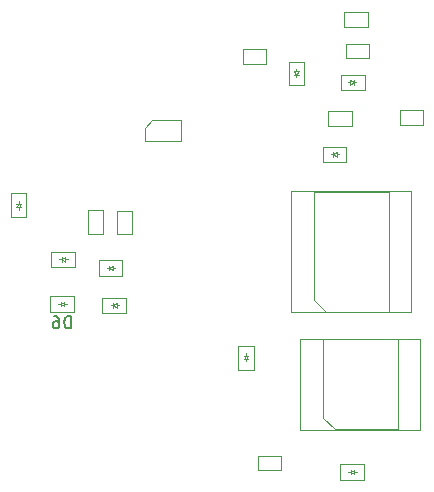
<source format=gbr>
G04 #@! TF.GenerationSoftware,KiCad,Pcbnew,5.1.6-c6e7f7d~87~ubuntu18.04.1*
G04 #@! TF.CreationDate,2020-10-10T14:26:16+05:30*
G04 #@! TF.ProjectId,BackEnd_HeavyDevice_v1,4261636b-456e-4645-9f48-656176794465,rev?*
G04 #@! TF.SameCoordinates,Original*
G04 #@! TF.FileFunction,Other,Fab,Bot*
%FSLAX46Y46*%
G04 Gerber Fmt 4.6, Leading zero omitted, Abs format (unit mm)*
G04 Created by KiCad (PCBNEW 5.1.6-c6e7f7d~87~ubuntu18.04.1) date 2020-10-10 14:26:16*
%MOMM*%
%LPD*%
G01*
G04 APERTURE LIST*
%ADD10C,0.100000*%
%ADD11C,0.150000*%
G04 APERTURE END LIST*
D10*
X127587000Y-107162000D02*
X127587000Y-105162000D01*
X127587000Y-105162000D02*
X126347000Y-105162000D01*
X126347000Y-105162000D02*
X126347000Y-107162000D01*
X126347000Y-107162000D02*
X127587000Y-107162000D01*
X145203000Y-127934000D02*
X147203000Y-127934000D01*
X147203000Y-127934000D02*
X147203000Y-126634000D01*
X147203000Y-126634000D02*
X145203000Y-126634000D01*
X145203000Y-126634000D02*
X145203000Y-127934000D01*
X146403000Y-127484000D02*
X146103000Y-127284000D01*
X146103000Y-127284000D02*
X146403000Y-127084000D01*
X146403000Y-127084000D02*
X146403000Y-127484000D01*
X146103000Y-127484000D02*
X146103000Y-127084000D01*
X146103000Y-127284000D02*
X145903000Y-127284000D01*
X146403000Y-127284000D02*
X146603000Y-127284000D01*
X137229000Y-117427000D02*
X137229000Y-117227000D01*
X137229000Y-117727000D02*
X137229000Y-117927000D01*
X137429000Y-117727000D02*
X137029000Y-117727000D01*
X137029000Y-117427000D02*
X137429000Y-117427000D01*
X137229000Y-117727000D02*
X137029000Y-117427000D01*
X137429000Y-117427000D02*
X137229000Y-117727000D01*
X136579000Y-118627000D02*
X137879000Y-118627000D01*
X136579000Y-116627000D02*
X136579000Y-118627000D01*
X137879000Y-116627000D02*
X136579000Y-116627000D01*
X137879000Y-118627000D02*
X137879000Y-116627000D01*
X117986000Y-104863000D02*
X117986000Y-105063000D01*
X117986000Y-104563000D02*
X117986000Y-104363000D01*
X117786000Y-104563000D02*
X118186000Y-104563000D01*
X118186000Y-104863000D02*
X117786000Y-104863000D01*
X117986000Y-104563000D02*
X118186000Y-104863000D01*
X117786000Y-104863000D02*
X117986000Y-104563000D01*
X118636000Y-103663000D02*
X117336000Y-103663000D01*
X118636000Y-105663000D02*
X118636000Y-103663000D01*
X117336000Y-105663000D02*
X118636000Y-105663000D01*
X117336000Y-103663000D02*
X117336000Y-105663000D01*
X146084000Y-94300000D02*
X145884000Y-94300000D01*
X146384000Y-94300000D02*
X146584000Y-94300000D01*
X146384000Y-94100000D02*
X146384000Y-94500000D01*
X146084000Y-94500000D02*
X146084000Y-94100000D01*
X146384000Y-94300000D02*
X146084000Y-94500000D01*
X146084000Y-94100000D02*
X146384000Y-94300000D01*
X147284000Y-94950000D02*
X147284000Y-93650000D01*
X145284000Y-94950000D02*
X147284000Y-94950000D01*
X145284000Y-93650000D02*
X145284000Y-94950000D01*
X147284000Y-93650000D02*
X145284000Y-93650000D01*
X121945000Y-109276000D02*
X122145000Y-109276000D01*
X121645000Y-109276000D02*
X121445000Y-109276000D01*
X121645000Y-109476000D02*
X121645000Y-109076000D01*
X121945000Y-109076000D02*
X121945000Y-109476000D01*
X121645000Y-109276000D02*
X121945000Y-109076000D01*
X121945000Y-109476000D02*
X121645000Y-109276000D01*
X120745000Y-108626000D02*
X120745000Y-109926000D01*
X122745000Y-108626000D02*
X120745000Y-108626000D01*
X122745000Y-109926000D02*
X122745000Y-108626000D01*
X120745000Y-109926000D02*
X122745000Y-109926000D01*
X120658000Y-113713000D02*
X122658000Y-113713000D01*
X122658000Y-113713000D02*
X122658000Y-112413000D01*
X122658000Y-112413000D02*
X120658000Y-112413000D01*
X120658000Y-112413000D02*
X120658000Y-113713000D01*
X121858000Y-113263000D02*
X121558000Y-113063000D01*
X121558000Y-113063000D02*
X121858000Y-112863000D01*
X121858000Y-112863000D02*
X121858000Y-113263000D01*
X121558000Y-113263000D02*
X121558000Y-112863000D01*
X121558000Y-113063000D02*
X121358000Y-113063000D01*
X121858000Y-113063000D02*
X122058000Y-113063000D01*
X125081000Y-113832000D02*
X127081000Y-113832000D01*
X127081000Y-113832000D02*
X127081000Y-112532000D01*
X127081000Y-112532000D02*
X125081000Y-112532000D01*
X125081000Y-112532000D02*
X125081000Y-113832000D01*
X126281000Y-113382000D02*
X125981000Y-113182000D01*
X125981000Y-113182000D02*
X126281000Y-112982000D01*
X126281000Y-112982000D02*
X126281000Y-113382000D01*
X125981000Y-113382000D02*
X125981000Y-112982000D01*
X125981000Y-113182000D02*
X125781000Y-113182000D01*
X126281000Y-113182000D02*
X126481000Y-113182000D01*
X143719000Y-101046000D02*
X145719000Y-101046000D01*
X145719000Y-101046000D02*
X145719000Y-99746000D01*
X145719000Y-99746000D02*
X143719000Y-99746000D01*
X143719000Y-99746000D02*
X143719000Y-101046000D01*
X144919000Y-100596000D02*
X144619000Y-100396000D01*
X144619000Y-100396000D02*
X144919000Y-100196000D01*
X144919000Y-100196000D02*
X144919000Y-100596000D01*
X144619000Y-100596000D02*
X144619000Y-100196000D01*
X144619000Y-100396000D02*
X144419000Y-100396000D01*
X144919000Y-100396000D02*
X145119000Y-100396000D01*
X141503000Y-93358400D02*
X141503000Y-93158400D01*
X141503000Y-93658400D02*
X141503000Y-93858400D01*
X141703000Y-93658400D02*
X141303000Y-93658400D01*
X141303000Y-93358400D02*
X141703000Y-93358400D01*
X141503000Y-93658400D02*
X141303000Y-93358400D01*
X141703000Y-93358400D02*
X141503000Y-93658400D01*
X140853000Y-94558400D02*
X142153000Y-94558400D01*
X140853000Y-92558400D02*
X140853000Y-94558400D01*
X142153000Y-92558400D02*
X140853000Y-92558400D01*
X142153000Y-94558400D02*
X142153000Y-92558400D01*
X124781000Y-110665000D02*
X126781000Y-110665000D01*
X126781000Y-110665000D02*
X126781000Y-109365000D01*
X126781000Y-109365000D02*
X124781000Y-109365000D01*
X124781000Y-109365000D02*
X124781000Y-110665000D01*
X125981000Y-110215000D02*
X125681000Y-110015000D01*
X125681000Y-110015000D02*
X125981000Y-109815000D01*
X125981000Y-109815000D02*
X125981000Y-110215000D01*
X125681000Y-110215000D02*
X125681000Y-109815000D01*
X125681000Y-110015000D02*
X125481000Y-110015000D01*
X125981000Y-110015000D02*
X126181000Y-110015000D01*
X151242000Y-113755000D02*
X141082000Y-113755000D01*
X151242000Y-103475000D02*
X151242000Y-113755000D01*
X141082000Y-103475000D02*
X151242000Y-103475000D01*
X141082000Y-113755000D02*
X141082000Y-103475000D01*
X142987000Y-112695000D02*
X143987000Y-113695000D01*
X142987000Y-103535000D02*
X142987000Y-112695000D01*
X149337000Y-103535000D02*
X142987000Y-103535000D01*
X149337000Y-113695000D02*
X149337000Y-103535000D01*
X143987000Y-113695000D02*
X149337000Y-113695000D01*
X138963000Y-92715300D02*
X138963000Y-91475300D01*
X136963000Y-92715300D02*
X138963000Y-92715300D01*
X136963000Y-91475300D02*
X136963000Y-92715300D01*
X138963000Y-91475300D02*
X136963000Y-91475300D01*
X125126000Y-107139000D02*
X125126000Y-105139000D01*
X125126000Y-105139000D02*
X123886000Y-105139000D01*
X123886000Y-105139000D02*
X123886000Y-107139000D01*
X123886000Y-107139000D02*
X125126000Y-107139000D01*
X150239000Y-97886800D02*
X152239000Y-97886800D01*
X152239000Y-97886800D02*
X152239000Y-96646800D01*
X152239000Y-96646800D02*
X150239000Y-96646800D01*
X150239000Y-96646800D02*
X150239000Y-97886800D01*
X145530000Y-88376500D02*
X145530000Y-89616500D01*
X147530000Y-88376500D02*
X145530000Y-88376500D01*
X147530000Y-89616500D02*
X147530000Y-88376500D01*
X145530000Y-89616500D02*
X147530000Y-89616500D01*
X144174000Y-97993400D02*
X146174000Y-97993400D01*
X146174000Y-97993400D02*
X146174000Y-96753400D01*
X146174000Y-96753400D02*
X144174000Y-96753400D01*
X144174000Y-96753400D02*
X144174000Y-97993400D01*
X145670000Y-91028300D02*
X145670000Y-92268300D01*
X147670000Y-91028300D02*
X145670000Y-91028300D01*
X147670000Y-92268300D02*
X147670000Y-91028300D01*
X145670000Y-92268300D02*
X147670000Y-92268300D01*
X138242000Y-125900000D02*
X138242000Y-127140000D01*
X140242000Y-125900000D02*
X138242000Y-125900000D01*
X140242000Y-127140000D02*
X140242000Y-125900000D01*
X138242000Y-127140000D02*
X140242000Y-127140000D01*
X144734000Y-123680000D02*
X150084000Y-123680000D01*
X150084000Y-123680000D02*
X150084000Y-116060000D01*
X150084000Y-116060000D02*
X143734000Y-116060000D01*
X143734000Y-116060000D02*
X143734000Y-122680000D01*
X143734000Y-122680000D02*
X144734000Y-123680000D01*
X141829000Y-123740000D02*
X141829000Y-116000000D01*
X141829000Y-116000000D02*
X151989000Y-116000000D01*
X151989000Y-116000000D02*
X151989000Y-123740000D01*
X151989000Y-123740000D02*
X141829000Y-123740000D01*
X128666000Y-99271700D02*
X131766000Y-99271700D01*
X131766000Y-99271700D02*
X131766000Y-97471700D01*
X129316000Y-97471700D02*
X131766000Y-97471700D01*
X128666000Y-99271700D02*
X128666000Y-98121700D01*
X129316000Y-97471700D02*
X128666000Y-98121700D01*
D11*
X122396095Y-115115380D02*
X122396095Y-114115380D01*
X122158000Y-114115380D01*
X122015142Y-114163000D01*
X121919904Y-114258238D01*
X121872285Y-114353476D01*
X121824666Y-114543952D01*
X121824666Y-114686809D01*
X121872285Y-114877285D01*
X121919904Y-114972523D01*
X122015142Y-115067761D01*
X122158000Y-115115380D01*
X122396095Y-115115380D01*
X120967523Y-114115380D02*
X121158000Y-114115380D01*
X121253238Y-114163000D01*
X121300857Y-114210619D01*
X121396095Y-114353476D01*
X121443714Y-114543952D01*
X121443714Y-114924904D01*
X121396095Y-115020142D01*
X121348476Y-115067761D01*
X121253238Y-115115380D01*
X121062761Y-115115380D01*
X120967523Y-115067761D01*
X120919904Y-115020142D01*
X120872285Y-114924904D01*
X120872285Y-114686809D01*
X120919904Y-114591571D01*
X120967523Y-114543952D01*
X121062761Y-114496333D01*
X121253238Y-114496333D01*
X121348476Y-114543952D01*
X121396095Y-114591571D01*
X121443714Y-114686809D01*
M02*

</source>
